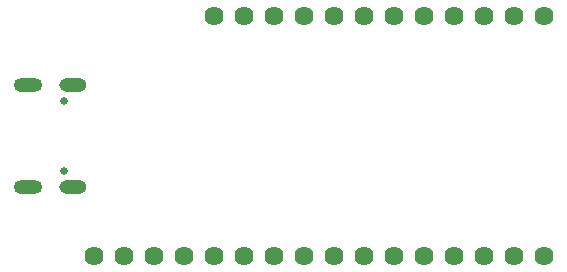
<source format=gbr>
%TF.GenerationSoftware,KiCad,Pcbnew,(5.1.9)-1*%
%TF.CreationDate,2021-04-07T15:03:24-04:00*%
%TF.ProjectId,Finch-Feather,46696e63-682d-4466-9561-746865722e6b,rev?*%
%TF.SameCoordinates,Original*%
%TF.FileFunction,Soldermask,Bot*%
%TF.FilePolarity,Negative*%
%FSLAX46Y46*%
G04 Gerber Fmt 4.6, Leading zero omitted, Abs format (unit mm)*
G04 Created by KiCad (PCBNEW (5.1.9)-1) date 2021-04-07 15:03:24*
%MOMM*%
%LPD*%
G01*
G04 APERTURE LIST*
%ADD10C,1.620000*%
%ADD11O,2.400000X1.200000*%
%ADD12O,2.316000X1.158000*%
%ADD13C,0.630000*%
%ADD14C,0.600000*%
G04 APERTURE END LIST*
D10*
%TO.C,T2*%
X165000000Y-89840000D03*
X162460000Y-89840000D03*
X159920000Y-89840000D03*
X157380000Y-89840000D03*
X154840000Y-89840000D03*
X152300000Y-89840000D03*
X149760000Y-89840000D03*
X147220000Y-89840000D03*
X144680000Y-89840000D03*
X142140000Y-89840000D03*
X139600000Y-89840000D03*
X137060000Y-89840000D03*
%TD*%
%TO.C,T4*%
X165000000Y-110160000D03*
X162460000Y-110160000D03*
X159920000Y-110160000D03*
X157380000Y-110160000D03*
X154840000Y-110160000D03*
X152300000Y-110160000D03*
X149760000Y-110160000D03*
X147220000Y-110160000D03*
X144680000Y-110160000D03*
X142140000Y-110160000D03*
X139600000Y-110160000D03*
X137060000Y-110160000D03*
X134520000Y-110160000D03*
X131980000Y-110160000D03*
X129440000Y-110160000D03*
X126900000Y-110160000D03*
%TD*%
D11*
%TO.C,T3*%
X121300000Y-104320000D03*
X121300000Y-95680000D03*
D12*
X125125000Y-104320000D03*
X125125000Y-95680000D03*
D13*
X124400000Y-97000000D03*
X124400000Y-103000000D03*
D14*
X124400000Y-103000000D03*
%TD*%
M02*

</source>
